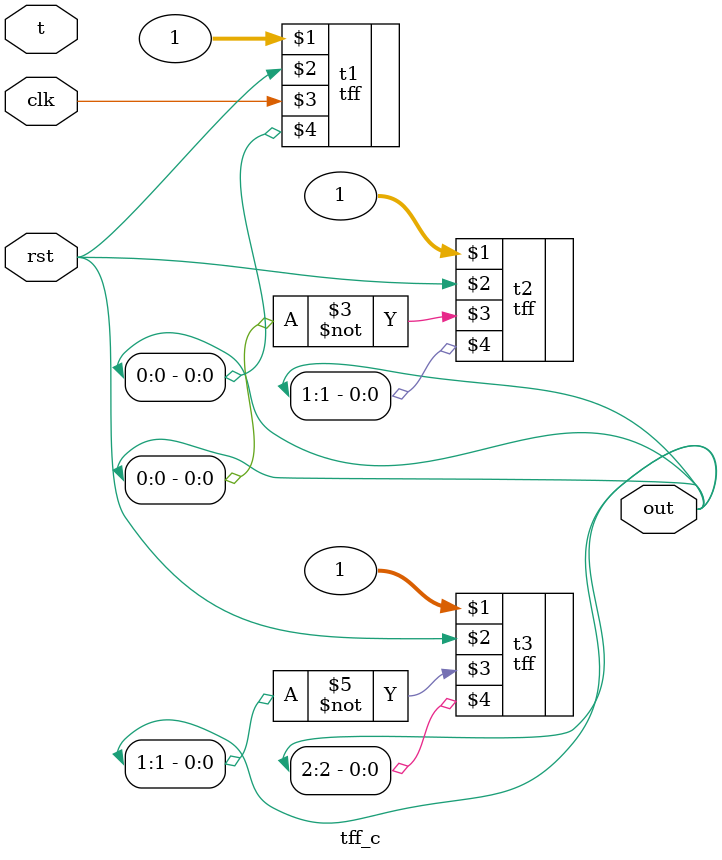
<source format=v>
module tff_c(input [2:0] t,input rst,input clk,output [2:0] out);
reg [2:0] out_r;

tff t1(1,rst,clk,out[0]);
tff t2(1,rst,~out[0],out[1]);
tff t3(1,rst,~out[1],out[2]);

endmodule

</source>
